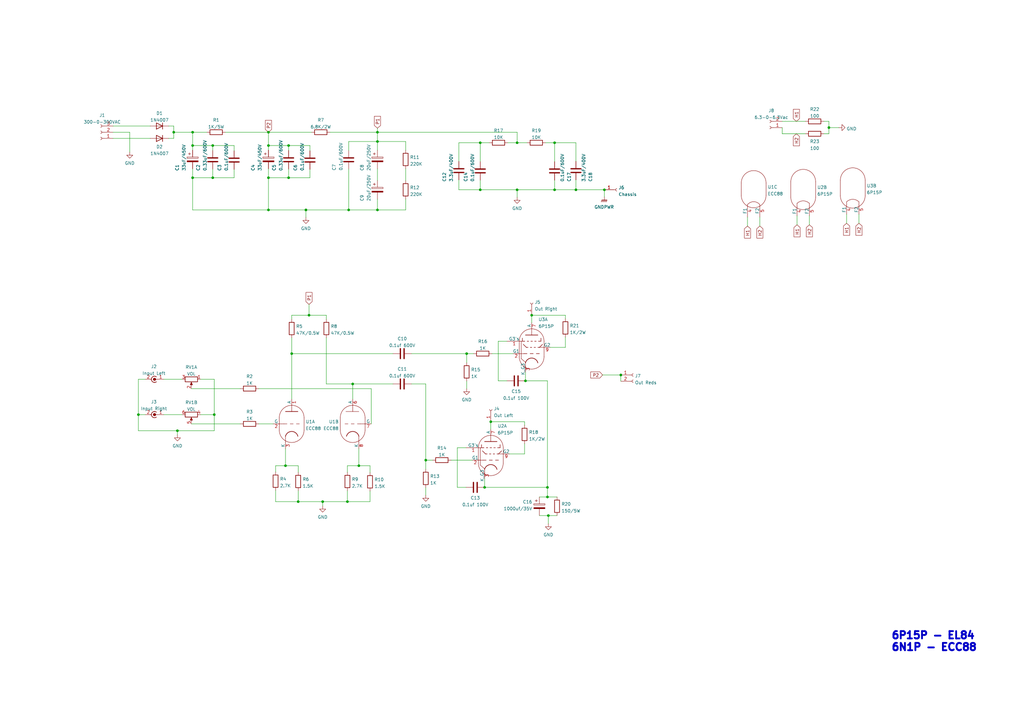
<source format=kicad_sch>
(kicad_sch (version 20211123) (generator eeschema)
  (paper "A3")
  (lib_symbols
    (symbol "6P15P_1" (pin_names (offset 0))
      (property "Reference" "U" (at 2.54 10.16 0))
      (property "Value" "6P15P_1" (at 7.62 -7.62 0))
      (symbol "6P15P_1_1_1"
        (pin input line (at -10.16 3.81 0) (length 6) (name "G3's") (number "1"))
        (pin input line (at -7.62 -1.27 0) (length 2.54) (name "G1") (number "2"))
        (pin bidirectional line (at -2.54 -8.89 90) (length 2.54) (name "K_G3") (number "3"))
        (pin output line (at 0 11.43 270) (length 2.54) (name "A") (number "7"))
        (pin input line (at 7.62 1.27 180) (length 2.54) (name "G2") (number "9"))
      )
      (symbol "6P15P_1_2_1"
        (pin power_in line (at -2.54 -10.16 90) (length 3.81) (name "F1") (number "4"))
        (pin power_in line (at 2.54 -10.16 90) (length 3.81) (name "F2") (number "5"))
      )
    )
    (symbol "6P15P_2" (pin_names (offset 0))
      (property "Reference" "U" (at 2.54 10.16 0))
      (property "Value" "6P15P_2" (at 7.62 -7.62 0))
      (symbol "6P15P_2_1_1"
        (pin input line (at -10.16 3.81 0) (length 6) (name "G3's") (number "1"))
        (pin input line (at -7.62 -1.27 0) (length 2.54) (name "G1") (number "2"))
        (pin bidirectional line (at -2.54 -8.89 90) (length 2.54) (name "K_G3") (number "3"))
        (pin output line (at 0 11.43 270) (length 2.54) (name "A") (number "7"))
        (pin input line (at 7.62 1.27 180) (length 2.54) (name "G2") (number "9"))
      )
      (symbol "6P15P_2_2_1"
        (pin power_in line (at -2.54 -10.16 90) (length 3.81) (name "F1") (number "4"))
        (pin power_in line (at 2.54 -10.16 90) (length 3.81) (name "F2") (number "5"))
      )
    )
    (symbol "6P15P_3" (pin_names (offset 0))
      (property "Reference" "U" (at 2.54 10.16 0))
      (property "Value" "6P15P_3" (at 7.62 -7.62 0))
      (symbol "6P15P_3_1_1"
        (pin input line (at -10.16 3.81 0) (length 6) (name "G3's") (number "1"))
        (pin input line (at -7.62 -1.27 0) (length 2.54) (name "G1") (number "2"))
        (pin bidirectional line (at -2.54 -8.89 90) (length 2.54) (name "K_G3") (number "3"))
        (pin output line (at 0 11.43 270) (length 2.54) (name "A") (number "7"))
        (pin input line (at 7.62 1.27 180) (length 2.54) (name "G2") (number "9"))
      )
      (symbol "6P15P_3_2_1"
        (pin power_in line (at -2.54 -10.16 90) (length 3.81) (name "F1") (number "4"))
        (pin power_in line (at 2.54 -10.16 90) (length 3.81) (name "F2") (number "5"))
      )
    )
    (symbol "Connector:Conn_01x01_Female" (pin_names (offset 1.016) hide)
      (property "Reference" "J" (at 0 2.54 0))
      (property "Value" "Conn_01x01_Female" (at 0 -2.54 0))
      (symbol "Conn_01x01_Female_1_1"
        (pin passive line (at -5.08 0 0) (length 3.81) (name "Pin_1") (number "1"))
      )
    )
    (symbol "Connector:Conn_01x02_Female" (pin_names (offset 1.016) hide)
      (property "Reference" "J" (at 0 2.54 0))
      (property "Value" "Conn_01x02_Female" (at 0 -5.08 0))
      (symbol "Conn_01x02_Female_1_1"
        (pin passive line (at -5.08 0 0) (length 3.81) (name "Pin_1") (number "1"))
        (pin passive line (at -5.08 -2.54 0) (length 3.81) (name "Pin_2") (number "2"))
      )
    )
    (symbol "Connector:Conn_01x03_Female" (pin_names (offset 1.016) hide)
      (property "Reference" "J" (at 0 5.08 0))
      (property "Value" "Conn_01x03_Female" (at 0 -5.08 0))
      (symbol "Conn_01x03_Female_1_1"
        (pin passive line (at -5.08 2.54 0) (length 3.81) (name "Pin_1") (number "1"))
        (pin passive line (at -5.08 0 0) (length 3.81) (name "Pin_2") (number "2"))
        (pin passive line (at -5.08 -2.54 0) (length 3.81) (name "Pin_3") (number "3"))
      )
    )
    (symbol "Connector:Conn_Coaxial_Power" (pin_names (offset 1.016) hide)
      (property "Reference" "J" (at -5.08 -1.27 90))
      (property "Value" "Conn_Coaxial_Power" (at -3.175 -1.27 90))
      (symbol "Conn_Coaxial_Power_1_1"
        (pin passive line (at 0 2.54 270) (length 2.54) (name "In") (number "1"))
        (pin passive line (at 0 -5.08 90) (length 2.54) (name "Ext") (number "2"))
      )
    )
    (symbol "Device:C" (pin_numbers hide) (pin_names (offset 0.254))
      (property "Reference" "C" (at 0.635 2.54 0))
      (property "Value" "C" (at 0.635 -2.54 0))
      (symbol "C_1_1"
        (pin passive line (at 0 3.81 270) (length 2.794) (name "~") (number "1"))
        (pin passive line (at 0 -3.81 90) (length 2.794) (name "~") (number "2"))
      )
    )
    (symbol "Device:C_Polarized" (pin_numbers hide) (pin_names (offset 0.254))
      (property "Reference" "C" (at 0.635 2.54 0))
      (property "Value" "C_Polarized" (at 0.635 -2.54 0))
      (symbol "C_Polarized_1_1"
        (pin passive line (at 0 3.81 270) (length 2.794) (name "~") (number "1"))
        (pin passive line (at 0 -3.81 90) (length 2.794) (name "~") (number "2"))
      )
    )
    (symbol "Device:R" (pin_numbers hide) (pin_names (offset 0))
      (property "Reference" "R" (at 2.032 0 90))
      (property "Value" "R" (at 0 0 90))
      (symbol "R_1_1"
        (pin passive line (at 0 3.81 270) (length 1.27) (name "~") (number "1"))
        (pin passive line (at 0 -3.81 90) (length 1.27) (name "~") (number "2"))
      )
    )
    (symbol "Device:R_Potentiometer_Dual_Separate" (pin_names (offset 1.016) hide)
      (property "Reference" "RV" (at -4.445 0 90))
      (property "Value" "R_Potentiometer_Dual_Separate" (at -2.54 0 90))
      (symbol "R_Potentiometer_Dual_Separate_1_1"
        (pin passive line (at 0 3.81 270) (length 1.27) (name "1") (number "1"))
        (pin passive line (at 3.81 0 180) (length 1.27) (name "2") (number "2"))
        (pin passive line (at 0 -3.81 90) (length 1.27) (name "3") (number "3"))
      )
      (symbol "R_Potentiometer_Dual_Separate_2_1"
        (pin passive line (at 0 3.81 270) (length 1.27) (name "4") (number "4"))
        (pin passive line (at 3.81 0 180) (length 1.27) (name "5") (number "5"))
        (pin passive line (at 0 -3.81 90) (length 1.27) (name "6") (number "6"))
      )
    )
    (symbol "Diode:1N4007" (pin_numbers hide) (pin_names (offset 1.016) hide)
      (property "Reference" "D" (at 0 2.54 0))
      (property "Value" "1N4007" (at 0 -2.54 0))
      (symbol "1N4007_1_1"
        (pin passive line (at -3.81 0 0) (length 2.54) (name "K") (number "1"))
        (pin passive line (at 3.81 0 180) (length 2.54) (name "A") (number "2"))
      )
    )
    (symbol "Tubes:6P15P" (pin_names (offset 0))
      (property "Reference" "U" (at 2.54 10.16 0))
      (property "Value" "6P15P" (at 7.62 -7.62 0))
      (symbol "6P15P_1_1"
        (pin input line (at -10.16 3.81 0) (length 6) (name "G3's") (number "1"))
        (pin input line (at -7.62 -1.27 0) (length 2.54) (name "G1") (number "2"))
        (pin bidirectional line (at -2.54 -8.89 90) (length 2.54) (name "K_G3") (number "3"))
        (pin output line (at 0 11.43 270) (length 2.54) (name "A") (number "7"))
        (pin input line (at 7.62 1.27 180) (length 2.54) (name "G2") (number "9"))
      )
      (symbol "6P15P_2_1"
        (pin power_in line (at -2.54 -10.16 90) (length 3.81) (name "F1") (number "4"))
        (pin power_in line (at 2.54 -10.16 90) (length 3.81) (name "F2") (number "5"))
      )
    )
    (symbol "Valve:ECC88" (pin_names (offset 0))
      (property "Reference" "U" (at 4.318 7.112 0))
      (property "Value" "ECC88" (at 5.08 -7.62 0))
      (symbol "ECC88_1_1"
        (pin output line (at 0 10.16 270) (length 2.54) (name "A") (number "1"))
        (pin input line (at -7.62 0 0) (length 2.54) (name "G") (number "2"))
        (pin bidirectional line (at -2.54 -10.16 90) (length 2.54) (name "K") (number "3"))
      )
      (symbol "ECC88_2_1"
        (pin output line (at 0 10.16 270) (length 2.54) (name "A") (number "6"))
        (pin input line (at -7.62 0 0) (length 2.54) (name "G") (number "7"))
        (pin bidirectional line (at -2.54 -10.16 90) (length 2.54) (name "K") (number "8"))
      )
      (symbol "ECC88_3_1"
        (pin power_in line (at -2.54 -11.43 90) (length 5.08) (name "F1") (number "4"))
        (pin power_in line (at 2.54 -11.43 90) (length 5.08) (name "F2") (number "5"))
      )
    )
    (symbol "power:GND" (power) (pin_names (offset 0))
      (property "Value" "GND" (at 0 -3.81 0))
      (symbol "GND_1_1"
        (pin power_in line (at 0 0 270) (length 0) hide (name "GND") (number "1"))
      )
    )
    (symbol "power:GNDPWR" (power) (pin_names (offset 0))
      (property "Value" "GNDPWR" (at 0 -3.302 0))
      (symbol "GNDPWR_1_1"
        (pin power_in line (at 0 0 270) (length 0) hide (name "GNDPWR") (number "1"))
      )
    )
  )
  (junction (at 154.813 58.039))
  (junction (at 154.813 54.229))
  (junction (at 198.755 199.898))
  (junction (at 78.994 59.69))
  (junction (at 110.109 72.898))
  (junction (at 339.979 52.324))
  (junction (at 212.09 77.851))
  (junction (at 118.364 59.69))
  (junction (at 87.249 72.898))
  (junction (at 143.002 86.106))
  (junction (at 254.635 153.797))
  (junction (at 118.364 72.898))
  (junction (at 201.295 172.974))
  (junction (at 144.653 157.48))
  (junction (at 78.994 72.898))
  (junction (at 247.904 77.851))
  (junction (at 154.813 86.106))
  (junction (at 224.917 211.455))
  (junction (at 110.109 59.69))
  (junction (at 174.625 188.722))
  (junction (at 132.334 205.74))
  (junction (at 196.977 77.851))
  (junction (at 224.536 203.835))
  (junction (at 110.109 54.229))
  (junction (at 212.09 58.547))
  (junction (at 196.977 58.547))
  (junction (at 87.884 170.053))
  (junction (at 215.519 156.21))
  (junction (at 87.249 59.69))
  (junction (at 119.634 145.034))
  (junction (at 78.994 54.229))
  (junction (at 227.457 77.851))
  (junction (at 147.193 191.008))
  (junction (at 125.476 86.106))
  (junction (at 224.536 199.898))
  (junction (at 126.746 129.286))
  (junction (at 117.094 191.008))
  (junction (at 142.494 205.74))
  (junction (at 218.059 129.286))
  (junction (at 122.301 205.74))
  (junction (at 56.769 170.053))
  (junction (at 72.771 176.657))
  (junction (at 236.22 77.851))
  (junction (at 191.389 145.034))
  (junction (at 227.457 58.547))
  (junction (at 71.247 54.229))
  (junction (at 110.109 86.106))
  (wire (pts (xy 127.127 59.69) (xy 118.364 59.69)))
  (wire (pts (xy 215.138 181.991) (xy 215.138 186.182)))
  (wire (pts (xy 331.978 88.519) (xy 331.978 92.202)))
  (wire (pts (xy 46.355 54.229) (xy 53.213 54.229)))
  (wire (pts (xy 96.012 69.469) (xy 96.012 72.898)))
  (wire (pts (xy 117.094 184.023) (xy 117.094 191.008)))
  (wire (pts (xy 72.771 176.657) (xy 87.884 176.657)))
  (wire (pts (xy 133.858 129.286) (xy 133.858 130.937)))
  (wire (pts (xy 339.979 52.324) (xy 339.979 54.864)))
  (wire (pts (xy 224.536 203.835) (xy 228.473 203.835)))
  (wire (pts (xy 96.012 61.849) (xy 96.012 59.69)))
  (wire (pts (xy 142.494 191.008) (xy 147.193 191.008)))
  (wire (pts (xy 71.247 56.769) (xy 69.215 56.769)))
  (wire (pts (xy 143.002 86.106) (xy 154.813 86.106)))
  (wire (pts (xy 196.977 58.547) (xy 200.66 58.547)))
  (wire (pts (xy 198.755 196.342) (xy 198.755 199.898)))
  (wire (pts (xy 106.172 159.385) (xy 152.273 159.385)))
  (wire (pts (xy 96.012 72.898) (xy 87.249 72.898)))
  (wire (pts (xy 56.769 170.053) (xy 56.769 176.657)))
  (wire (pts (xy 113.03 201.168) (xy 113.03 205.74)))
  (wire (pts (xy 224.536 199.898) (xy 198.755 199.898)))
  (wire (pts (xy 78.994 86.106) (xy 78.994 72.898)))
  (wire (pts (xy 215.138 174.371) (xy 215.138 172.974)))
  (wire (pts (xy 147.193 184.023) (xy 147.193 191.008)))
  (wire (pts (xy 133.858 157.48) (xy 144.653 157.48)))
  (wire (pts (xy 188.214 58.547) (xy 196.977 58.547)))
  (wire (pts (xy 119.634 130.937) (xy 119.634 129.286)))
  (wire (pts (xy 132.334 205.74) (xy 132.334 207.518)))
  (wire (pts (xy 236.22 58.547) (xy 236.22 66.167)))
  (wire (pts (xy 110.109 59.69) (xy 110.109 61.595)))
  (wire (pts (xy 168.783 157.48) (xy 174.625 157.48)))
  (wire (pts (xy 320.802 54.864) (xy 330.327 54.864)))
  (wire (pts (xy 71.247 54.229) (xy 71.247 56.769)))
  (wire (pts (xy 82.296 155.575) (xy 87.884 155.575)))
  (wire (pts (xy 191.389 145.034) (xy 191.389 148.717)))
  (wire (pts (xy 143.002 86.106) (xy 125.476 86.106)))
  (wire (pts (xy 306.578 89.027) (xy 306.578 92.71)))
  (wire (pts (xy 174.625 157.48) (xy 174.625 188.722)))
  (wire (pts (xy 127.127 61.849) (xy 127.127 59.69)))
  (wire (pts (xy 185.039 188.722) (xy 193.675 188.722)))
  (wire (pts (xy 59.563 155.575) (xy 56.769 155.575)))
  (wire (pts (xy 125.476 86.106) (xy 110.109 86.106)))
  (wire (pts (xy 224.536 156.21) (xy 224.536 199.898)))
  (wire (pts (xy 135.382 54.229) (xy 154.813 54.229)))
  (wire (pts (xy 96.012 59.69) (xy 87.249 59.69)))
  (wire (pts (xy 166.37 58.039) (xy 154.813 58.039)))
  (wire (pts (xy 231.902 129.286) (xy 218.059 129.286)))
  (wire (pts (xy 212.09 77.851) (xy 212.09 80.899)))
  (wire (pts (xy 119.634 145.034) (xy 161.163 145.034)))
  (wire (pts (xy 174.625 188.722) (xy 174.625 192.405)))
  (wire (pts (xy 208.915 186.182) (xy 215.138 186.182)))
  (wire (pts (xy 67.183 155.575) (xy 74.676 155.575)))
  (wire (pts (xy 119.634 129.286) (xy 126.746 129.286)))
  (wire (pts (xy 320.802 52.324) (xy 320.802 54.864)))
  (wire (pts (xy 187.579 199.898) (xy 191.135 199.898)))
  (wire (pts (xy 191.135 183.642) (xy 187.579 183.642)))
  (wire (pts (xy 142.494 193.675) (xy 142.494 191.008)))
  (wire (pts (xy 166.37 61.595) (xy 166.37 58.039)))
  (wire (pts (xy 56.769 176.657) (xy 72.771 176.657)))
  (wire (pts (xy 154.813 81.661) (xy 154.813 86.106)))
  (wire (pts (xy 87.249 69.342) (xy 87.249 72.898)))
  (wire (pts (xy 143.002 58.039) (xy 143.002 61.722)))
  (wire (pts (xy 196.977 73.914) (xy 196.977 77.851)))
  (wire (pts (xy 247.142 153.797) (xy 254.635 153.797)))
  (wire (pts (xy 67.183 170.053) (xy 74.676 170.053)))
  (wire (pts (xy 221.234 211.455) (xy 224.917 211.455)))
  (wire (pts (xy 110.109 72.898) (xy 110.109 69.215)))
  (wire (pts (xy 133.858 138.557) (xy 133.858 157.48)))
  (wire (pts (xy 247.904 80.772) (xy 247.904 77.851)))
  (wire (pts (xy 227.457 73.914) (xy 227.457 77.851)))
  (wire (pts (xy 92.456 54.229) (xy 110.109 54.229)))
  (wire (pts (xy 113.03 191.008) (xy 117.094 191.008)))
  (wire (pts (xy 201.803 145.034) (xy 210.439 145.034)))
  (wire (pts (xy 320.802 49.784) (xy 330.327 49.784)))
  (wire (pts (xy 154.813 54.229) (xy 212.09 54.229)))
  (wire (pts (xy 118.364 72.898) (xy 110.109 72.898)))
  (wire (pts (xy 122.301 201.295) (xy 122.301 205.74)))
  (wire (pts (xy 215.519 156.21) (xy 224.536 156.21)))
  (wire (pts (xy 87.884 155.575) (xy 87.884 170.053)))
  (wire (pts (xy 142.494 205.74) (xy 151.765 205.74)))
  (wire (pts (xy 224.536 199.898) (xy 224.536 203.835)))
  (wire (pts (xy 113.03 205.74) (xy 122.301 205.74)))
  (wire (pts (xy 46.355 51.689) (xy 61.595 51.689)))
  (wire (pts (xy 215.138 172.974) (xy 201.295 172.974)))
  (wire (pts (xy 126.746 124.841) (xy 126.746 129.286)))
  (wire (pts (xy 87.249 59.69) (xy 87.249 61.722)))
  (wire (pts (xy 212.09 54.229) (xy 212.09 58.547)))
  (wire (pts (xy 110.109 54.229) (xy 127.762 54.229)))
  (wire (pts (xy 218.059 129.286) (xy 218.059 132.334)))
  (wire (pts (xy 119.634 138.557) (xy 119.634 145.034)))
  (wire (pts (xy 174.625 200.025) (xy 174.625 203.073)))
  (wire (pts (xy 118.364 59.69) (xy 110.109 59.69)))
  (wire (pts (xy 53.213 54.229) (xy 53.213 62.357)))
  (wire (pts (xy 188.214 73.787) (xy 188.214 77.851)))
  (wire (pts (xy 347.218 87.884) (xy 347.218 91.567)))
  (wire (pts (xy 127.127 69.469) (xy 127.127 72.898)))
  (wire (pts (xy 152.273 159.385) (xy 152.273 173.863)))
  (wire (pts (xy 154.813 86.106) (xy 166.37 86.106)))
  (wire (pts (xy 127.127 72.898) (xy 118.364 72.898)))
  (wire (pts (xy 191.389 156.337) (xy 191.389 159.385)))
  (wire (pts (xy 113.03 193.548) (xy 113.03 191.008)))
  (wire (pts (xy 224.917 214.757) (xy 224.917 211.455)))
  (wire (pts (xy 168.783 145.034) (xy 191.389 145.034)))
  (wire (pts (xy 227.457 58.547) (xy 227.457 66.294)))
  (wire (pts (xy 154.813 69.215) (xy 154.813 74.041)))
  (wire (pts (xy 144.653 163.703) (xy 144.653 157.48)))
  (wire (pts (xy 87.249 72.898) (xy 78.994 72.898)))
  (wire (pts (xy 106.172 173.863) (xy 112.014 173.863)))
  (wire (pts (xy 188.214 77.851) (xy 196.977 77.851)))
  (wire (pts (xy 224.917 211.455) (xy 228.473 211.455)))
  (wire (pts (xy 122.301 191.008) (xy 122.301 193.675)))
  (wire (pts (xy 194.183 145.034) (xy 191.389 145.034)))
  (wire (pts (xy 207.899 139.954) (xy 204.343 139.954)))
  (wire (pts (xy 87.884 170.053) (xy 87.884 176.657)))
  (wire (pts (xy 71.247 54.229) (xy 78.994 54.229)))
  (wire (pts (xy 144.653 157.48) (xy 161.163 157.48)))
  (wire (pts (xy 78.994 54.229) (xy 78.994 59.69)))
  (wire (pts (xy 154.813 58.039) (xy 154.813 61.595)))
  (wire (pts (xy 46.355 56.769) (xy 61.595 56.769)))
  (wire (pts (xy 208.28 58.547) (xy 212.09 58.547)))
  (wire (pts (xy 166.37 69.215) (xy 166.37 74.041)))
  (wire (pts (xy 82.296 170.053) (xy 87.884 170.053)))
  (wire (pts (xy 119.634 145.034) (xy 119.634 163.703)))
  (wire (pts (xy 221.234 203.835) (xy 224.536 203.835)))
  (wire (pts (xy 339.979 52.324) (xy 344.043 52.324)))
  (wire (pts (xy 143.002 69.342) (xy 143.002 86.106)))
  (wire (pts (xy 225.679 142.494) (xy 231.902 142.494)))
  (wire (pts (xy 187.579 183.642) (xy 187.579 199.898)))
  (wire (pts (xy 236.22 58.547) (xy 227.457 58.547)))
  (wire (pts (xy 69.215 51.689) (xy 71.247 51.689)))
  (wire (pts (xy 212.09 77.851) (xy 227.457 77.851)))
  (wire (pts (xy 118.364 69.342) (xy 118.364 72.898)))
  (wire (pts (xy 254.635 153.797) (xy 254.635 156.337)))
  (wire (pts (xy 339.979 49.784) (xy 339.979 52.324)))
  (wire (pts (xy 132.334 205.74) (xy 142.494 205.74)))
  (wire (pts (xy 201.295 172.974) (xy 201.295 176.022)))
  (wire (pts (xy 72.771 176.657) (xy 72.771 178.308)))
  (wire (pts (xy 71.247 51.689) (xy 71.247 54.229)))
  (wire (pts (xy 337.947 49.784) (xy 339.979 49.784)))
  (wire (pts (xy 227.457 77.851) (xy 236.22 77.851)))
  (wire (pts (xy 215.519 152.654) (xy 215.519 156.21)))
  (wire (pts (xy 231.902 138.303) (xy 231.902 142.494)))
  (wire (pts (xy 56.769 155.575) (xy 56.769 170.053)))
  (wire (pts (xy 231.902 130.683) (xy 231.902 129.286)))
  (wire (pts (xy 326.898 88.519) (xy 326.898 92.202)))
  (wire (pts (xy 247.904 77.851) (xy 236.22 77.851)))
  (wire (pts (xy 117.094 191.008) (xy 122.301 191.008)))
  (wire (pts (xy 110.109 86.106) (xy 78.994 86.106)))
  (wire (pts (xy 56.769 170.053) (xy 59.563 170.053)))
  (wire (pts (xy 78.486 173.863) (xy 98.552 173.863)))
  (wire (pts (xy 142.494 201.295) (xy 142.494 205.74)))
  (wire (pts (xy 166.37 86.106) (xy 166.37 81.661)))
  (wire (pts (xy 118.364 59.69) (xy 118.364 61.722)))
  (wire (pts (xy 151.765 205.74) (xy 151.765 201.422)))
  (wire (pts (xy 110.109 72.898) (xy 110.109 86.106)))
  (wire (pts (xy 177.419 188.722) (xy 174.625 188.722)))
  (wire (pts (xy 110.109 54.229) (xy 110.109 59.69)))
  (wire (pts (xy 125.476 86.106) (xy 125.476 89.154)))
  (wire (pts (xy 154.813 54.229) (xy 154.813 58.039)))
  (wire (pts (xy 196.977 77.851) (xy 212.09 77.851)))
  (wire (pts (xy 122.301 205.74) (xy 132.334 205.74)))
  (wire (pts (xy 188.214 58.547) (xy 188.214 66.167)))
  (wire (pts (xy 196.977 58.547) (xy 196.977 66.294)))
  (wire (pts (xy 204.343 139.954) (xy 204.343 156.21)))
  (wire (pts (xy 352.298 87.884) (xy 352.298 91.567)))
  (wire (pts (xy 337.947 54.864) (xy 339.979 54.864)))
  (wire (pts (xy 126.746 129.286) (xy 133.858 129.286)))
  (wire (pts (xy 236.22 77.851) (xy 236.22 73.787)))
  (wire (pts (xy 151.765 191.008) (xy 151.765 193.802)))
  (wire (pts (xy 78.486 159.385) (xy 98.552 159.385)))
  (wire (pts (xy 87.249 59.69) (xy 78.994 59.69)))
  (wire (pts (xy 227.457 58.547) (xy 223.774 58.547)))
  (wire (pts (xy 78.994 72.898) (xy 78.994 69.215)))
  (wire (pts (xy 154.813 52.578) (xy 154.813 54.229)))
  (wire (pts (xy 204.343 156.21) (xy 207.899 156.21)))
  (wire (pts (xy 78.994 59.69) (xy 78.994 61.595)))
  (wire (pts (xy 154.813 58.039) (xy 143.002 58.039)))
  (wire (pts (xy 147.193 191.008) (xy 151.765 191.008)))
  (wire (pts (xy 212.09 58.547) (xy 216.154 58.547)))
  (wire (pts (xy 78.994 54.229) (xy 84.836 54.229)))
  (wire (pts (xy 311.658 89.027) (xy 311.658 92.71)))
  (text "6P15P - EL84\n6N1P - ECC88" (at 365.379 267.335 0) (effects (font (size 3 3) (thickness 1) bold) (justify left bottom)))
  (global_label "P1" (shape input) (at 126.746 124.841 90) (property "Intersheet References" "${INTERSHEET_REFS}" (effects hide)))
  (global_label "H2" (shape input) (at 352.298 91.567 270) (property "Intersheet References" "${INTERSHEET_REFS}" (effects hide)))
  (global_label "P2" (shape input) (at 247.142 153.797 180) (property "Intersheet References" "${INTERSHEET_REFS}" (effects hide)))
  (global_label "H1" (shape input) (at 306.578 92.71 270) (property "Intersheet References" "${INTERSHEET_REFS}" (effects hide)))
  (global_label "H1" (shape input) (at 347.218 91.567 270) (property "Intersheet References" "${INTERSHEET_REFS}" (effects hide)))
  (global_label "P2" (shape input) (at 110.109 54.229 90) (property "Intersheet References" "${INTERSHEET_REFS}" (effects hide)))
  (global_label "P1" (shape input) (at 154.813 52.578 90) (property "Intersheet References" "${INTERSHEET_REFS}" (effects hide)))
  (global_label "H2" (shape input) (at 326.644 54.864 270) (property "Intersheet References" "${INTERSHEET_REFS}" (effects hide)))
  (global_label "H1" (shape input) (at 326.898 92.202 270) (property "Intersheet References" "${INTERSHEET_REFS}" (effects hide)))
  (global_label "H2" (shape input) (at 311.658 92.71 270) (property "Intersheet References" "${INTERSHEET_REFS}" (effects hide)))
  (global_label "H2" (shape input) (at 331.978 92.202 270) (property "Intersheet References" "${INTERSHEET_REFS}" (effects hide)))
  (global_label "H1" (shape input) (at 326.644 49.784 90) (property "Intersheet References" "${INTERSHEET_REFS}" (effects hide)))
  (symbol (lib_id "Device:R") (at 151.765 197.612 0) (unit 1)
    (property "Reference" "R10" (at 153.543 196.7035 0) (effects (justify left)))
    (property "Value" "1.5K" (at 153.543 199.4786 0) (effects (justify left)))
    (property "Footprint" "Resistor_SMD:R_1206_3216Metric_Pad1.30x1.75mm_HandSolder" (effects hide))
  )
  (symbol (lib_id "Device:C") (at 118.364 65.532 0) (unit 1)
    (property "Reference" "C5" (at 112.4139 70.104 90) (effects (justify left)))
    (property "Value" "0.33uF/600V" (at 115.189 70.104 90) (effects (justify left)))
    (property "Footprint" "Capacitor_THT:CP_Axial_L29.0mm_D20.0mm_P35.00mm_Horizontal" (effects hide))
  )
  (symbol (lib_id "power:GND") (at 72.771 178.308 0) (unit 1)
    (property "Reference" "#PWR0101" (effects hide))
    (property "Value" "GND" (at 72.771 182.8705 0))
  )
  (symbol (lib_id "Device:R") (at 142.494 197.485 0) (unit 1)
    (property "Reference" "R9" (at 144.272 196.5765 0) (effects (justify left)))
    (property "Value" "2.7K" (at 144.272 199.3516 0) (effects (justify left)))
    (property "Footprint" "Resistor_SMD:R_1206_3216Metric_Pad1.30x1.75mm_HandSolder" (effects hide))
  )
  (symbol (lib_name "6P15P_3") (lib_id "Tubes:6P15P") (at 218.059 143.764 0) (unit 1)
    (property "Reference" "U3" (at 220.8277 131.0345 0) (effects (justify left)))
    (property "Value" "6P15P" (at 220.8277 133.8096 0) (effects (justify left)))
    (property "Footprint" "Valve:Valve_Noval_P" (effects hide))
    (property "Datasheet" "http://www.r-type.org/pdfs/el84.pdf" (effects hide))
  )
  (symbol (lib_id "Device:C") (at 96.012 65.659 0) (unit 1)
    (property "Reference" "C3" (at 90.043 70.104 90) (effects (justify left)))
    (property "Value" "0.1uF/600V" (at 92.8181 70.104 90) (effects (justify left)))
    (property "Footprint" "Capacitor_THT:C_Rect_L7.2mm_W7.2mm_P5.00mm_FKS2_FKP2_MKS2_MKP2" (effects hide))
  )
  (symbol (lib_id "Tubes:6P15P") (at 201.295 187.452 0) (unit 1)
    (property "Reference" "U2" (at 204.0637 174.7225 0) (effects (justify left)))
    (property "Value" "6P15P" (at 204.0637 177.4976 0) (effects (justify left)))
    (property "Footprint" "Valve:Valve_Noval_P" (effects hide))
    (property "Datasheet" "http://www.r-type.org/pdfs/el84.pdf" (effects hide))
  )
  (symbol (lib_id "Device:R") (at 197.993 145.034 90) (unit 1)
    (property "Reference" "R16" (at 197.993 140.0515 90))
    (property "Value" "1K" (at 197.993 142.8266 90))
    (property "Footprint" "Resistor_SMD:R_1206_3216Metric_Pad1.30x1.75mm_HandSolder" (effects hide))
  )
  (symbol (lib_id "Device:R") (at 88.646 54.229 90) (unit 1)
    (property "Reference" "R1" (at 88.646 49.2465 90))
    (property "Value" "1K/5W" (at 88.646 52.0216 90))
    (property "Footprint" "Resistor_THT:R_Axial_DIN0922_L20.0mm_D9.0mm_P30.48mm_Horizontal" (effects hide))
  )
  (symbol (lib_id "Device:C_Polarized") (at 78.994 65.405 0) (unit 1)
    (property "Reference" "C1" (at 72.6629 70.104 90) (effects (justify left)))
    (property "Value" "33uF/450V" (at 75.438 70.104 90) (effects (justify left)))
    (property "Footprint" "Capacitor_THT:CP_Radial_D18.0mm_P7.50mm" (effects hide))
  )
  (symbol (lib_id "Device:R_Potentiometer_Dual_Separate") (at 78.486 170.053 270) (unit 2)
    (property "Reference" "RV1" (at 78.486 165.0705 90))
    (property "Value" "VOL" (at 78.486 167.8456 90))
    (property "Footprint" "Custom Library:Potentiometer_Alps_RK271_Dual_Horizontal" (effects hide))
  )
  (symbol (lib_id "Connector:Conn_Coaxial_Power") (at 64.643 170.053 270) (unit 1)
    (property "Reference" "J3" (at 63.119 164.8165 90))
    (property "Value" "Input Right" (at 63.119 167.5916 90))
    (property "Footprint" "Custom Library:RCA PANEL 2PIN FOOTPRINT" (effects hide))
  )
  (symbol (lib_id "Connector:Conn_Coaxial_Power") (at 64.643 155.575 270) (unit 1)
    (property "Reference" "J2" (at 63.119 150.3385 90))
    (property "Value" "Input Left" (at 63.119 153.1136 90))
    (property "Footprint" "Custom Library:RCA PANEL 2PIN FOOTPRINT" (effects hide))
  )
  (symbol (lib_id "Device:R") (at 122.301 197.485 0) (unit 1)
    (property "Reference" "R6" (at 124.079 196.5765 0) (effects (justify left)))
    (property "Value" "1.5K" (at 124.079 199.3516 0) (effects (justify left)))
    (property "Footprint" "Resistor_SMD:R_1206_3216Metric_Pad1.30x1.75mm_HandSolder" (effects hide))
  )
  (symbol (lib_id "Device:C") (at 127.127 65.659 0) (unit 1)
    (property "Reference" "C6" (at 121.158 70.104 90) (effects (justify left)))
    (property "Value" "0.1uF/600V" (at 123.9331 70.104 90) (effects (justify left)))
    (property "Footprint" "Capacitor_THT:C_Rect_L7.2mm_W7.2mm_P5.00mm_FKS2_FKP2_MKS2_MKP2" (effects hide))
  )
  (symbol (lib_id "Device:C_Polarized") (at 221.234 207.645 0) (unit 1)
    (property "Reference" "C16" (at 218.313 205.8475 0) (effects (justify right)))
    (property "Value" "1000uf/35V" (at 218.313 208.6226 0) (effects (justify right)))
    (property "Footprint" "Capacitor_THT:CP_Radial_D22.0mm_P10.00mm_SnapIn" (effects hide))
  )
  (symbol (lib_id "power:GND") (at 125.476 89.154 0) (unit 1)
    (property "Reference" "#PWR0104" (effects hide))
    (property "Value" "GND" (at 125.476 93.7165 0))
  )
  (symbol (lib_id "power:GND") (at 191.389 159.385 0) (unit 1)
    (property "Reference" "#PWR0106" (effects hide))
    (property "Value" "GND" (at 191.389 163.9475 0))
  )
  (symbol (lib_id "Connector:Conn_01x01_Female") (at 252.984 77.851 0) (unit 1)
    (property "Reference" "J6" (at 253.6952 76.9425 0) (effects (justify left)))
    (property "Value" "Chassis" (at 253.6952 79.7176 0) (effects (justify left)))
    (property "Footprint" "MountingHole:MountingHole_3.2mm_M3_DIN965_Pad" (effects hide))
  )
  (symbol (lib_id "power:GND") (at 224.917 214.757 0) (unit 1)
    (property "Reference" "#PWR0107" (effects hide))
    (property "Value" "GND" (at 224.917 219.3195 0))
  )
  (symbol (lib_id "power:GND") (at 212.09 80.899 0) (unit 1)
    (property "Reference" "#PWR0109" (effects hide))
    (property "Value" "GND" (at 212.09 85.4615 0))
  )
  (symbol (lib_id "Connector:Conn_01x01_Female") (at 201.295 167.894 90) (unit 1)
    (property "Reference" "J4" (at 202.5142 167.6205 90) (effects (justify right)))
    (property "Value" "Out Left" (at 202.5142 170.3956 90) (effects (justify right)))
    (property "Footprint" "Connector_Wire:SolderWire-0.5sqmm_1x01_D0.9mm_OD2.3mm" (effects hide))
  )
  (symbol (lib_id "Device:R") (at 102.362 173.863 90) (unit 1)
    (property "Reference" "R3" (at 102.362 168.8805 90))
    (property "Value" "1K" (at 102.362 171.6556 90))
    (property "Footprint" "Resistor_SMD:R_1206_3216Metric_Pad1.30x1.75mm_HandSolder" (effects hide))
  )
  (symbol (lib_id "Diode:1N4007") (at 65.405 56.769 180) (unit 1)
    (property "Reference" "D2" (at 65.405 60.1885 0))
    (property "Value" "1N4007" (at 65.405 62.9636 0))
    (property "Footprint" "Diode_THT:D_DO-41_SOD81_P10.16mm_Horizontal" (effects hide))
    (property "Datasheet" "http://www.vishay.com/docs/88503/1n4001.pdf" (effects hide))
  )
  (symbol (lib_id "Device:R") (at 133.858 134.747 180) (unit 1)
    (property "Reference" "R8" (at 135.636 133.8385 0) (effects (justify right)))
    (property "Value" "47K/0.5W" (at 135.636 136.6136 0) (effects (justify right)))
    (property "Footprint" "Resistor_SMD:R_1206_3216Metric_Pad1.30x1.75mm_HandSolder" (effects hide))
  )
  (symbol (lib_id "Device:R") (at 334.137 54.864 270) (unit 1)
    (property "Reference" "R23" (at 334.137 58.0295 90))
    (property "Value" "100" (at 334.137 60.8046 90))
    (property "Footprint" "Resistor_SMD:R_1206_3216Metric_Pad1.30x1.75mm_HandSolder" (effects hide))
  )
  (symbol (lib_id "Device:R") (at 219.964 58.547 90) (mirror x) (unit 1)
    (property "Reference" "R19" (at 219.964 53.5645 90))
    (property "Value" "10K" (at 219.964 56.3396 90))
    (property "Footprint" "Resistor_SMD:R_1206_3216Metric_Pad1.30x1.75mm_HandSolder" (effects hide))
  )
  (symbol (lib_id "Device:C") (at 164.973 145.034 90) (unit 1)
    (property "Reference" "C10" (at 164.973 138.9085 90))
    (property "Value" "0.1uf 600V" (at 164.973 141.6836 90))
    (property "Footprint" "Capacitor_THT:C_Rect_L7.2mm_W7.2mm_P5.00mm_FKS2_FKP2_MKS2_MKP2" (effects hide))
  )
  (symbol (lib_id "Device:R") (at 166.37 65.405 180) (unit 1)
    (property "Reference" "R11" (at 168.148 64.4965 0) (effects (justify right)))
    (property "Value" "220K" (at 168.148 67.2716 0) (effects (justify right)))
    (property "Footprint" "Resistor_SMD:R_1206_3216Metric_Pad1.30x1.75mm_HandSolder" (effects hide))
  )
  (symbol (lib_id "Device:R") (at 131.572 54.229 90) (unit 1)
    (property "Reference" "R7" (at 131.572 49.2465 90))
    (property "Value" "6.8K/2W" (at 131.572 52.0216 90))
    (property "Footprint" "Resistor_SMD:R_2512_6332Metric" (effects hide))
  )
  (symbol (lib_id "Device:R") (at 334.137 49.784 270) (unit 1)
    (property "Reference" "R22" (at 334.137 44.8015 90))
    (property "Value" "100" (at 334.137 47.5766 90))
    (property "Footprint" "Resistor_SMD:R_1206_3216Metric_Pad1.30x1.75mm_HandSolder" (effects hide))
  )
  (symbol (lib_id "Device:C") (at 227.457 70.104 0) (mirror y) (unit 1)
    (property "Reference" "C17" (at 233.426 74.549 90) (effects (justify left)))
    (property "Value" "0.1uF/600V" (at 230.6509 74.549 90) (effects (justify left)))
    (property "Footprint" "Capacitor_THT:C_Rect_L7.2mm_W7.2mm_P5.00mm_FKS2_FKP2_MKS2_MKP2" (effects hide))
  )
  (symbol (lib_id "Connector:Conn_01x03_Female") (at 41.275 54.229 180) (unit 1)
    (property "Reference" "J1" (at 41.91 47.2653 0))
    (property "Value" "300-0-300VAC" (at 41.91 50.0404 0))
    (property "Footprint" "Connector_Wire:SolderWire-0.5sqmm_1x03_P4.8mm_D0.9mm_OD2.3mm" (effects hide))
  )
  (symbol (lib_id "power:GND") (at 344.043 52.324 90) (unit 1)
    (property "Reference" "#PWR0110" (effects hide))
    (property "Value" "GND" (at 347.218 52.803 90) (effects (justify right)))
  )
  (symbol (lib_id "Connector:Conn_01x02_Female") (at 315.722 52.324 180) (unit 1)
    (property "Reference" "J8" (at 316.357 45.3603 0))
    (property "Value" "6.3-0-6.3Vac" (at 316.357 48.1354 0))
    (property "Footprint" "Connector_Wire:SolderWire-0.5sqmm_1x02_P4.8mm_D0.9mm_OD2.3mm" (effects hide))
  )
  (symbol (lib_id "power:GND") (at 174.625 203.073 0) (unit 1)
    (property "Reference" "#PWR0103" (effects hide))
    (property "Value" "GND" (at 174.625 207.6355 0))
  )
  (symbol (lib_id "Device:C") (at 194.945 199.898 90) (unit 1)
    (property "Reference" "C13" (at 194.945 204.2065 90))
    (property "Value" "0.1uf 100V" (at 194.945 206.9816 90))
    (property "Footprint" "Capacitor_THT:C_Rect_L7.2mm_W7.2mm_P5.00mm_FKS2_FKP2_MKS2_MKP2" (effects hide))
  )
  (symbol (lib_id "Device:C") (at 236.22 69.977 0) (mirror y) (unit 1)
    (property "Reference" "C18" (at 242.1701 74.549 90) (effects (justify left)))
    (property "Value" "3.3uF/400V" (at 239.395 74.549 90) (effects (justify left)))
    (property "Footprint" "Capacitor_THT:C_Rect_L41.5mm_W20.0mm_P37.50mm_MKS4" (effects hide))
  )
  (symbol (lib_id "Device:C") (at 196.977 70.104 0) (unit 1)
    (property "Reference" "C14" (at 191.008 74.549 90) (effects (justify left)))
    (property "Value" "0.1uF/600V" (at 193.7831 74.549 90) (effects (justify left)))
    (property "Footprint" "Capacitor_THT:C_Rect_L7.2mm_W7.2mm_P5.00mm_FKS2_FKP2_MKS2_MKP2" (effects hide))
  )
  (symbol (lib_id "Device:R") (at 174.625 196.215 180) (unit 1)
    (property "Reference" "R13" (at 176.403 195.3065 0) (effects (justify right)))
    (property "Value" "1K" (at 176.403 198.0816 0) (effects (justify right)))
    (property "Footprint" "Resistor_SMD:R_1206_3216Metric_Pad1.30x1.75mm_HandSolder" (effects hide))
  )
  (symbol (lib_id "Device:C") (at 211.709 156.21 90) (unit 1)
    (property "Reference" "C15" (at 211.709 160.5185 90))
    (property "Value" "0.1uf 100V" (at 211.709 163.2936 90))
    (property "Footprint" "Capacitor_THT:C_Rect_L7.2mm_W7.2mm_P5.00mm_FKS2_FKP2_MKS2_MKP2" (effects hide))
  )
  (symbol (lib_id "Device:C_Polarized") (at 154.813 65.405 0) (unit 1)
    (property "Reference" "C8" (at 148.4819 70.104 90) (effects (justify left)))
    (property "Value" "20uF/250V" (at 151.257 70.104 90) (effects (justify left)))
    (property "Footprint" "Capacitor_THT:CP_Axial_L40.0mm_D16.0mm_P48.00mm_Horizontal" (effects hide))
  )
  (symbol (lib_id "power:GND") (at 53.213 62.357 0) (unit 1)
    (property "Reference" "#PWR0105" (effects hide))
    (property "Value" "GND" (at 53.213 66.9195 0))
  )
  (symbol (lib_id "power:GND") (at 132.334 207.518 0) (unit 1)
    (property "Reference" "#PWR0102" (effects hide))
    (property "Value" "GND" (at 132.334 212.0805 0))
  )
  (symbol (lib_id "Valve:ECC88") (at 309.118 77.597 0) (unit 3)
    (property "Reference" "U1" (at 314.833 76.6885 0) (effects (justify left)))
    (property "Value" "ECC88" (at 314.833 79.4636 0) (effects (justify left)))
    (property "Footprint" "Valve:Valve_Noval_P" (effects hide))
    (property "Datasheet" "http://www.r-type.org/pdfs/ecc88.pdf" (effects hide))
  )
  (symbol (lib_id "Device:R") (at 102.362 159.385 90) (unit 1)
    (property "Reference" "R2" (at 102.362 154.4025 90))
    (property "Value" "1K" (at 102.362 157.1776 90))
    (property "Footprint" "Resistor_SMD:R_1206_3216Metric_Pad1.30x1.75mm_HandSolder" (effects hide))
  )
  (symbol (lib_id "Device:R") (at 204.47 58.547 270) (unit 1)
    (property "Reference" "R17" (at 204.47 53.5645 90))
    (property "Value" "10K" (at 204.47 56.3396 90))
    (property "Footprint" "Resistor_SMD:R_1206_3216Metric_Pad1.30x1.75mm_HandSolder" (effects hide))
  )
  (symbol (lib_id "Device:R_Potentiometer_Dual_Separate") (at 78.486 155.575 270) (unit 1)
    (property "Reference" "RV1" (at 78.486 150.5925 90))
    (property "Value" "VOL" (at 78.486 153.3676 90))
    (property "Footprint" "Custom Library:Potentiometer_Alps_RK271_Dual_Horizontal" (effects hide))
  )
  (symbol (lib_id "Device:C_Polarized") (at 110.109 65.405 0) (unit 1)
    (property "Reference" "C4" (at 103.7779 70.104 90) (effects (justify left)))
    (property "Value" "33uF/450V" (at 106.553 70.104 90) (effects (justify left)))
    (property "Footprint" "Capacitor_THT:CP_Radial_D18.0mm_P7.50mm" (effects hide))
  )
  (symbol (lib_id "Device:C_Polarized") (at 154.813 77.851 0) (unit 1)
    (property "Reference" "C9" (at 148.4819 82.55 90) (effects (justify left)))
    (property "Value" "20uF/250V" (at 151.257 82.55 90) (effects (justify left)))
    (property "Footprint" "Capacitor_THT:CP_Axial_L40.0mm_D16.0mm_P48.00mm_Horizontal" (effects hide))
  )
  (symbol (lib_id "Diode:1N4007") (at 65.405 51.689 180) (unit 1)
    (property "Reference" "D1" (at 65.405 46.4525 0))
    (property "Value" "1N4007" (at 65.405 49.2276 0))
    (property "Footprint" "Diode_THT:D_DO-41_SOD81_P10.16mm_Horizontal" (effects hide))
    (property "Datasheet" "http://www.vishay.com/docs/88503/1n4001.pdf" (effects hide))
  )
  (symbol (lib_id "power:GNDPWR") (at 247.904 80.772 0) (unit 1)
    (property "Reference" "#PWR0108" (effects hide))
    (property "Value" "GNDPWR" (at 247.777 84.9281 0))
  )
  (symbol (lib_id "Device:R") (at 191.389 152.527 180) (unit 1)
    (property "Reference" "R15" (at 193.167 151.6185 0) (effects (justify right)))
    (property "Value" "1K" (at 193.167 154.3936 0) (effects (justify right)))
    (property "Footprint" "Resistor_SMD:R_1206_3216Metric_Pad1.30x1.75mm_HandSolder" (effects hide))
  )
  (symbol (lib_id "Device:R") (at 215.138 178.181 180) (unit 1)
    (property "Reference" "R18" (at 216.916 177.2725 0) (effects (justify right)))
    (property "Value" "1K/2W" (at 216.916 180.0476 0) (effects (justify right)))
    (property "Footprint" "Resistor_SMD:R_2512_6332Metric" (effects hide))
  )
  (symbol (lib_name "6P15P_2") (lib_id "Tubes:6P15P") (at 349.758 77.724 0) (unit 2)
    (property "Reference" "U3" (at 355.473 76.1805 0) (effects (justify left)))
    (property "Value" "6P15P" (at 355.473 78.9556 0) (effects (justify left)))
    (property "Footprint" "Valve:Valve_Noval_P" (effects hide))
    (property "Datasheet" "http://www.r-type.org/pdfs/el84.pdf" (effects hide))
  )
  (symbol (lib_id "Device:R") (at 181.229 188.722 90) (unit 1)
    (property "Reference" "R14" (at 181.229 183.7395 90))
    (property "Value" "1K" (at 181.229 186.5146 90))
    (property "Footprint" "Resistor_SMD:R_1206_3216Metric_Pad1.30x1.75mm_HandSolder" (effects hide))
  )
  (symbol (lib_id "Connector:Conn_01x01_Female") (at 218.059 124.206 90) (unit 1)
    (property "Reference" "J5" (at 219.2782 123.9325 90) (effects (justify right)))
    (property "Value" "Out Right" (at 219.2782 126.7076 90) (effects (justify right)))
    (property "Footprint" "Connector_Wire:SolderWire-0.5sqmm_1x01_D0.9mm_OD2.3mm" (effects hide))
  )
  (symbol (lib_id "Device:R") (at 228.473 207.645 180) (unit 1)
    (property "Reference" "R20" (at 230.251 206.7365 0) (effects (justify right)))
    (property "Value" "150/5W" (at 230.251 209.5116 0) (effects (justify right)))
    (property "Footprint" "Resistor_THT:R_Axial_DIN0922_L20.0mm_D9.0mm_P30.48mm_Horizontal" (effects hide))
  )
  (symbol (lib_id "Valve:ECC88") (at 119.634 173.863 0) (unit 1)
    (property "Reference" "U1" (at 125.349 172.9545 0) (effects (justify left)))
    (property "Value" "ECC88" (at 125.349 175.7296 0) (effects (justify left)))
    (property "Footprint" "Valve:Valve_Noval_P" (effects hide))
    (property "Datasheet" "http://www.r-type.org/pdfs/ecc88.pdf" (effects hide))
  )
  (symbol (lib_name "6P15P_1") (lib_id "Tubes:6P15P") (at 329.438 78.359 0) (unit 2)
    (property "Reference" "U2" (at 335.153 76.8155 0) (effects (justify left)))
    (property "Value" "6P15P" (at 335.153 79.5906 0) (effects (justify left)))
    (property "Footprint" "Valve:Valve_Noval_P" (effects hide))
    (property "Datasheet" "http://www.r-type.org/pdfs/el84.pdf" (effects hide))
  )
  (symbol (lib_id "Valve:ECC88") (at 144.653 173.863 0) (mirror y) (unit 2)
    (property "Reference" "U1" (at 138.9381 172.9545 0) (effects (justify left)))
    (property "Value" "ECC88" (at 138.9381 175.7296 0) (effects (justify left)))
    (property "Footprint" "Valve:Valve_Noval_P" (effects hide))
    (property "Datasheet" "http://www.r-type.org/pdfs/ecc88.pdf" (effects hide))
  )
  (symbol (lib_id "Device:C") (at 188.214 69.977 0) (unit 1)
    (property "Reference" "C12" (at 182.2639 74.549 90) (effects (justify left)))
    (property "Value" "3.3uF/400V" (at 185.039 74.549 90) (effects (justify left)))
    (property "Footprint" "Capacitor_THT:C_Rect_L41.5mm_W20.0mm_P37.50mm_MKS4" (effects hide))
  )
  (symbol (lib_id "Device:R") (at 113.03 197.358 0) (unit 1)
    (property "Reference" "R4" (at 114.808 196.4495 0) (effects (justify left)))
    (property "Value" "2.7K" (at 114.808 199.2246 0) (effects (justify left)))
    (property "Footprint" "Resistor_SMD:R_1206_3216Metric_Pad1.30x1.75mm_HandSolder" (effects hide))
  )
  (symbol (lib_id "Device:R") (at 166.37 77.851 180) (unit 1)
    (property "Reference" "R12" (at 168.148 76.9425 0) (effects (justify right)))
    (property "Value" "220K" (at 168.148 79.7176 0) (effects (justify right)))
    (property "Footprint" "Resistor_SMD:R_1206_3216Metric_Pad1.30x1.75mm_HandSolder" (effects hide))
  )
  (symbol (lib_id "Device:R") (at 231.902 134.493 180) (unit 1)
    (property "Reference" "R21" (at 233.68 133.5845 0) (effects (justify right)))
    (property "Value" "1K/2W" (at 233.68 136.3596 0) (effects (justify right)))
    (property "Footprint" "Resistor_SMD:R_2512_6332Metric" (effects hide))
  )
  (symbol (lib_id "Device:C") (at 87.249 65.532 0) (unit 1)
    (property "Reference" "C2" (at 81.2989 70.104 90) (effects (justify left)))
    (property "Value" "0.33uF/600V" (at 84.074 70.104 90) (effects (justify left)))
    (property "Footprint" "Capacitor_THT:CP_Axial_L29.0mm_D20.0mm_P35.00mm_Horizontal" (effects hide))
  )
  (symbol (lib_id "Device:C") (at 143.002 65.532 0) (unit 1)
    (property "Reference" "C7" (at 137.033 69.977 90) (effects (justify left)))
    (property "Value" "0.1uF/600V" (at 139.8081 69.977 90) (effects (justify left)))
    (property "Footprint" "Capacitor_THT:C_Rect_L7.2mm_W7.2mm_P5.00mm_FKS2_FKP2_MKS2_MKP2" (effects hide))
  )
  (symbol (lib_id "Connector:Conn_01x02_Female") (at 259.715 153.797 0) (unit 1)
    (property "Reference" "J7" (at 260.4262 154.1585 0) (effects (justify left)))
    (property "Value" "Out Reds" (at 260.4262 156.9336 0) (effects (justify left)))
    (property "Footprint" "Connector_Wire:SolderWire-0.5sqmm_1x02_P4.8mm_D0.9mm_OD2.3mm" (effects hide))
  )
  (symbol (lib_id "Device:R") (at 119.634 134.747 180) (unit 1)
    (property "Reference" "R5" (at 121.412 133.8385 0) (effects (justify right)))
    (property "Value" "47K/0.5W" (at 121.412 136.6136 0) (effects (justify right)))
    (property "Footprint" "Resistor_SMD:R_1206_3216Metric_Pad1.30x1.75mm_HandSolder" (effects hide))
  )
  (symbol (lib_id "Device:C") (at 164.973 157.48 90) (unit 1)
    (property "Reference" "C11" (at 164.973 151.3545 90))
    (property "Value" "0.1uf 600V" (at 164.973 154.1296 90))
    (property "Footprint" "Capacitor_THT:C_Rect_L7.2mm_W7.2mm_P5.00mm_FKS2_FKP2_MKS2_MKP2" (effects hide))
  )
)
</source>
